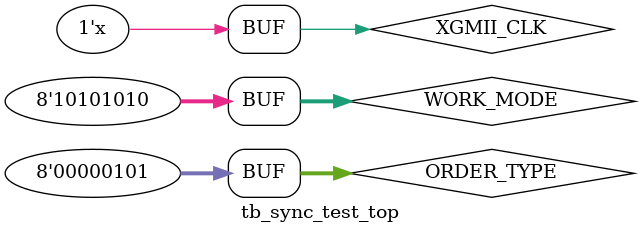
<source format=v>
`timescale 1ns / 1ps


module tb_sync_test_top();

      reg    XGMII_CLK;
      reg    RST_N;
      reg [7:0] ORDER_TYPE;
      reg [7:0] WORK_MODE;

      reg [63:0] SYNC_TEST_DATA;
      reg        TEST_DATA_VALID;
      reg [14:0] FPGA_READY;
      reg        ZKBK_TRIGGER;

      reg [64*15 -1:0] FPGA_PASSBACK;
      reg [14:0] PASSBACK_VALID;

      wire [14:0] TO_FPGA_TRIGGER;
      wire        TO_ZKBK_READY;
      wire [63:0] HMC7044_PASSBACK;
      wire        HMC7044_PASSBACK_VALID;
                                 ///AWG
      wire [63:0] AURORA_FPGA1;
      wire [63:0] AURORA_FPGA2;
      wire [63:0] AURORA_FPGA3;
      wire [63:0] AURORA_FPGA4;
      wire [63:0] AURORA_FPGA5;
      wire [63:0] AURORA_FPGA6;
      wire [63:0] AURORA_FPGA7;
      wire        AURORA_AWG_VALID;
                               ///DA
      wire [63:0] AURORA_FPGA8;
      wire [63:0] AURORA_FPGA9;
      wire [63:0] AURORA_FPGA10;
      wire [63:0] AURORA_FPGA11;
      wire [63:0] AURORA_FPGA12;
      wire [63:0] AURORA_FPGA13;
      wire [63:0] AURORA_FPGA14;
      wire        AURORA_DA_VALID;
                               ////AD
      wire [63:0] AURORA_FPGA15;
      wire        AURORA_AD_VALID;

      reg [15:0] cnt;

      initial begin
      	XGMII_CLK <= 0;
      	RST_N <= 1;
      	ORDER_TYPE <= 8'h05;
      	WORK_MODE <= 8'haa;
      	FPGA_READY <= 0;
      	ZKBK_TRIGGER <= 0;
      	PASSBACK_VALID <= 0;
      	FPGA_PASSBACK <= 0;

        cnt <= 0;
      end

      always #5 XGMII_CLK <= ~XGMII_CLK;

      always @(posedge XGMII_CLK)
         if (&cnt) begin
         	 cnt <= cnt;
         end else begin
         	 cnt <= cnt + 1;
         end

      always @(posedge XGMII_CLK)
         if (cnt == 5) begin
         	 RST_N <= 0;
         end else if (cnt == 15) begin
         	 RST_N <= 1;
         end else if ((cnt >= 20) && (cnt < 160)) begin
         	 TEST_DATA_VALID <= 1;
             SYNC_TEST_DATA <= $random % 2000;
         end else if (cnt == 160) begin
         	 TEST_DATA_VALID <= 0;
         end else if (cnt == 170) begin
         	 FPGA_READY <= 15'h3abc;
         end else if (cnt == 175) begin
         	 FPGA_READY <= 15'h7fff;
         end else if (cnt == 250) begin
         	 ZKBK_TRIGGER <= 1;
         end else if (cnt == 252) begin
         	 ZKBK_TRIGGER <= 0;
         end else if (cnt == 300 || cnt == 301)begin
         	PASSBACK_VALID[0] <= 1;
         	FPGA_PASSBACK[63:0] <= 100;
         end else if (cnt == 302 || cnt == 303) begin
            PASSBACK_VALID[0] <= 0;
         	PASSBACK_VALID[1] <= 1;
         	FPGA_PASSBACK[63:0] <= 0;
         	FPGA_PASSBACK[127:64] <=200;
         end else if (cnt == 304) begin
         	PASSBACK_VALID <= 0;
         end 
         else if (cnt == 310 || cnt == 311) begin
         	PASSBACK_VALID[1:0] <= 0;
         	PASSBACK_VALID[2] <= 1;
         	FPGA_PASSBACK[127:0] <= 0;
         	FPGA_PASSBACK[191:128] <= 300;
         end else if (cnt == 312) begin
         	PASSBACK_VALID <= 0;
         end 
         else if (cnt == 320 || cnt == 321) begin
         	PASSBACK_VALID[2:0] <= 0;
         	PASSBACK_VALID[3] <= 1;
         	FPGA_PASSBACK[191:0] <= 0;
         	FPGA_PASSBACK[255:192] <= 400;
         end else if (cnt == 322 || cnt == 323) begin
         	PASSBACK_VALID[3:0] <= 0;
         	PASSBACK_VALID[4] <= 1;
         	FPGA_PASSBACK[4*64 -1 : 0] <= 0;
         	FPGA_PASSBACK[5*64 -1 : 4*64] <= 500;
         end else if (cnt == 324 || cnt == 325) begin
         	PASSBACK_VALID[4:0] <= 0;
         	PASSBACK_VALID[5] <= 1;
         	FPGA_PASSBACK[5*64 - 1 :0] <= 0;
         	FPGA_PASSBACK[6*64 - 1 :5*64] <= 600;
         end else if (cnt == 326 || cnt == 327) begin
         	PASSBACK_VALID[5:0] <= 0;
         	PASSBACK_VALID[6] <= 1;
         	FPGA_PASSBACK[6*64 - 1 :0] <= 0;
         	FPGA_PASSBACK[7*64-1 : 6*64] <= 700;
         end else if (cnt == 328 || cnt == 329) begin
         	PASSBACK_VALID[6:0] <= 0;
         	PASSBACK_VALID[7] <= 1;
         	FPGA_PASSBACK[7*64 - 1 :0] <= 0;
         	FPGA_PASSBACK[8*64-1 : 7*64] <= 800;
         end else if (cnt == 330) begin
         	PASSBACK_VALID <= 0;
         end 
         else if (cnt == 350 || cnt == 351) begin
         	PASSBACK_VALID[7:0] <= 0;
         	PASSBACK_VALID[8] <= 1;
         	FPGA_PASSBACK[8*64 - 1 :0] <= 0;
         	FPGA_PASSBACK[9*64-1 : 8*64] <= 900;
         end else if (cnt == 352 || cnt == 353) begin
         	PASSBACK_VALID[8:0] <= 0;
         	PASSBACK_VALID[9] <= 1;
         	FPGA_PASSBACK[9*64 - 1 :0] <= 0;
         	FPGA_PASSBACK[10*64-1 : 9*64] <= 1000;
         end else if (cnt == 354 || cnt == 355) begin
         	PASSBACK_VALID[9:0] <= 0;
         	PASSBACK_VALID[10] <= 1;
         	FPGA_PASSBACK[10*64 - 1 :0] <= 0;
         	FPGA_PASSBACK[11*64-1 : 10*64] <= 1100;
         end else if (cnt == 356 || cnt == 357) begin
         	PASSBACK_VALID[10:0] <= 0;
         	PASSBACK_VALID[11] <= 1;
         	FPGA_PASSBACK[11*64 - 1 :0] <= 0;
         	FPGA_PASSBACK[12*64-1 : 11*64] <= 1200;
         end else if (cnt == 358 || cnt == 359) begin
         	PASSBACK_VALID[11:0] <= 0;
         	PASSBACK_VALID[12] <= 1;
         	FPGA_PASSBACK[12*64 - 1 :0] <= 0;
         	FPGA_PASSBACK[13*64-1 : 12*64] <= 1300;
         end else if (cnt == 360 || cnt == 361) begin
         	PASSBACK_VALID[12:0] <= 0;
         	PASSBACK_VALID[13] <= 1;
         	FPGA_PASSBACK[13*64 - 1 :0] <= 0;
         	FPGA_PASSBACK[14*64-1 : 13*64] <= 1400;
         end else if (cnt == 362 || cnt == 363) begin
         	PASSBACK_VALID[13:0] <= 0;
         	PASSBACK_VALID[14] <= 1;
         	FPGA_PASSBACK[14*64 - 1 :0] <= 0;
         	FPGA_PASSBACK[15*64-1 : 14*64] <= 1500;
         end else if (cnt == 364) begin
         	PASSBACK_VALID <= 0;
         	FPGA_PASSBACK <= 0;
         end

sync_test_top sync_test_top_inst(
      .XGMII_CLK(XGMII_CLK),
      .RST_N(RST_N),
      .ORDER_TYPE(ORDER_TYPE),
      .WORK_MODE(WORK_MODE),

      .SYNC_TEST_DATA(SYNC_TEST_DATA),
      .TEST_DATA_VALID(TEST_DATA_VALID),
      .FPGA_READY(FPGA_READY),
      .ZKBK_TRIGGER(ZKBK_TRIGGER),

      .FPGA_PASSBACK(FPGA_PASSBACK),
      .PASSBACK_VALID(PASSBACK_VALID),

      .TO_FPGA_TRIGGER(TO_FPGA_TRIGGER),
      .TO_ZKBK_READY(TO_ZKBK_READY),
      .HMC7044_PASSBACK(HMC7044_PASSBACK),
      .HMC7044_PASSBACK_VALID(HMC7044_PASSBACK_VALID),
                  ///AWG
      .AURORA_FPGA1(AURORA_FPGA1),
      .AURORA_FPGA2(AURORA_FPGA2),
      .AURORA_FPGA3(AURORA_FPGA3),
      .AURORA_FPGA4(AURORA_FPGA4),
      .AURORA_FPGA5(AURORA_FPGA5),
      .AURORA_FPGA6(AURORA_FPGA6),
      .AURORA_FPGA7(AURORA_FPGA7),
      .AURORA_AWG_VALID(AURORA_AWG_VALID),
                  ///DA
      .AURORA_FPGA8(AURORA_FPGA8),
      .AURORA_FPGA9(AURORA_FPGA9),
      .AURORA_FPGA10(AURORA_FPGA10),
      .AURORA_FPGA11(AURORA_FPGA11),
      .AURORA_FPGA12(AURORA_FPGA12),
      .AURORA_FPGA13(AURORA_FPGA13),
      .AURORA_FPGA14(AURORA_FPGA14),
      .AURORA_DA_VALID(AURORA_DA_VALID),
                  ////AD
      .AURORA_FPGA15(AURORA_FPGA15),
      .AURORA_AD_VALID(AURORA_AD_VALID)
    );

endmodule

</source>
